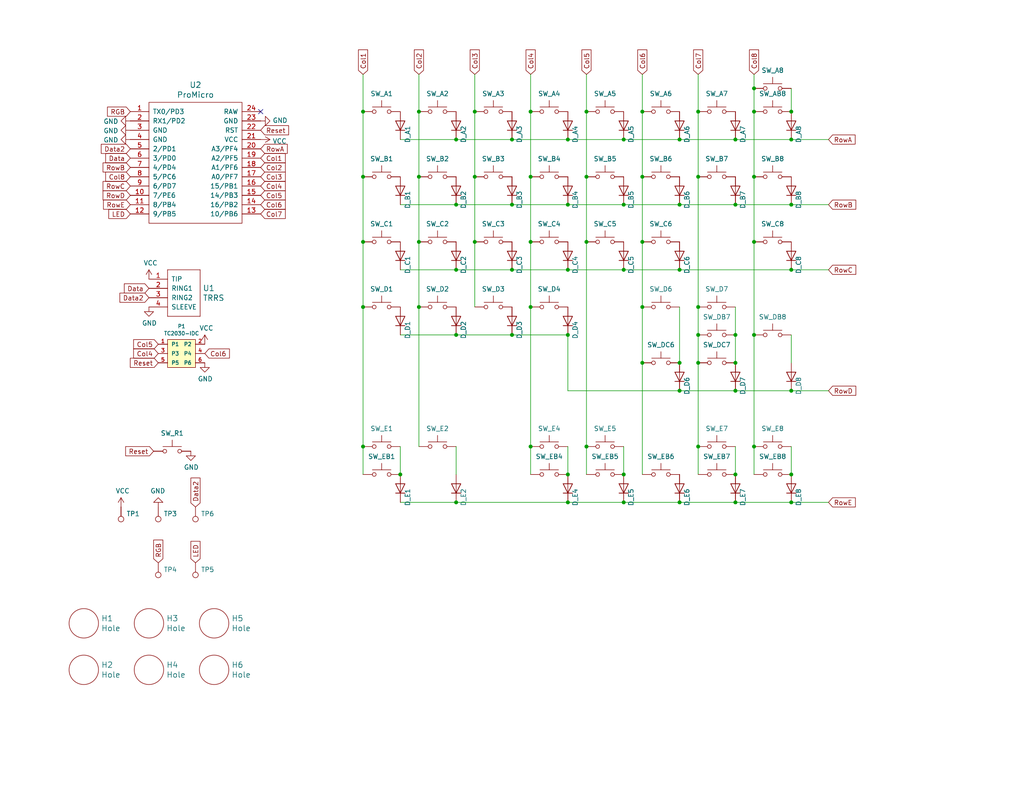
<source format=kicad_sch>
(kicad_sch (version 20230121) (generator eeschema)
  (paper "USLetter")
  (lib_symbols
    (symbol "Switch:SW_Push" (pin_numbers hide) (pin_names (offset 1.016) hide)
      (property "Reference" "SW" (at 1.27 2.54 0))
      (property "Value" "SW_Push" (at 0 -1.524 0))
      (symbol "SW_Push_0_1"
        (circle (center -2.032 0) (radius 0.508))
        (polyline (pts (xy 0 1.27) (xy 0 3.048)))
        (polyline (pts (xy 2.54 1.27) (xy -2.54 1.27)))
        (circle (center 2.032 0) (radius 0.508))
        (pin passive line (at -5.08 0 0) (length 2.54) (name "1") (number "1"))
        (pin passive line (at 5.08 0 180) (length 2.54) (name "2") (number "2"))
      )
    )
    (symbol "power:GND" (power) (pin_names (offset 0))
      (property "Value" "GND" (at 0 -3.81 0))
      (symbol "GND_0_1"
        (polyline (pts (xy 0 0) (xy 0 -1.27) (xy 1.27 -1.27) (xy 0 -2.54) (xy -1.27 -1.27) (xy 0 -1.27)))
      )
      (symbol "GND_1_1"
        (pin power_in line (at 0 0 270) (length 0) hide (name "GND") (number "1"))
      )
    )
    (symbol "power:VCC" (power) (pin_names (offset 0))
      (property "Value" "VCC" (at 0 3.81 0))
      (symbol "VCC_0_1"
        (polyline (pts (xy -0.762 1.27) (xy 0 2.54)))
        (polyline (pts (xy 0 0) (xy 0 2.54)))
        (polyline (pts (xy 0 2.54) (xy 0.762 1.27)))
      )
      (symbol "VCC_1_1"
        (pin power_in line (at 0 0 90) (length 0) hide (name "VCC") (number "1"))
      )
    )
    (symbol "spectrogram-right-rescue:D-device" (pin_numbers hide) (pin_names (offset 1.016) hide)
      (property "Reference" "D" (at 0 2.54 0))
      (property "Value" "D-device" (at 0 -2.54 0))
      (symbol "D-device_0_1"
        (polyline (pts (xy -1.27 1.27) (xy -1.27 -1.27)) (stroke (width 0.2032)))
        (polyline (pts (xy 1.27 0) (xy -1.27 0)))
        (polyline (pts (xy 1.27 1.27) (xy 1.27 -1.27) (xy -1.27 0) (xy 1.27 1.27)) (stroke (width 0.2032)))
      )
      (symbol "D-device_1_1"
        (pin passive line (at -3.81 0 0) (length 2.54) (name "K") (number "1"))
        (pin passive line (at 3.81 0 180) (length 2.54) (name "A") (number "2"))
      )
    )
    (symbol "spectrogram-right-rescue:Hole-keebio" (pin_names (offset 1.016))
      (property "Reference" "H" (at 0 -1.27 0))
      (property "Value" "keebio_Hole" (at 0 1.27 0))
      (symbol "Hole-keebio_0_1"
        (circle (center 0 0) (radius 4.0132))
      )
    )
    (symbol "spectrogram-right-rescue:ProMicro-keebio" (pin_names (offset 1.016))
      (property "Reference" "U" (at 0 0 0))
      (property "Value" "keebio_ProMicro" (at 0 -19.05 0))
      (symbol "ProMicro-keebio_0_1"
        (rectangle (start -12.7 -16.51) (end 12.7 16.51))
      )
      (symbol "ProMicro-keebio_1_1"
        (pin input line (at -17.78 13.97 0) (length 5.08) (name "TX0/PD3") (number "1"))
        (pin input line (at -17.78 -8.89 0) (length 5.08) (name "7/PE6") (number "10"))
        (pin input line (at -17.78 -11.43 0) (length 5.08) (name "8/PB4") (number "11"))
        (pin input line (at -17.78 -13.97 0) (length 5.08) (name "9/PB5") (number "12"))
        (pin input line (at 17.78 -13.97 180) (length 5.08) (name "10/PB6") (number "13"))
        (pin input line (at 17.78 -11.43 180) (length 5.08) (name "16/PB2") (number "14"))
        (pin input line (at 17.78 -8.89 180) (length 5.08) (name "14/PB3") (number "15"))
        (pin input line (at 17.78 -6.35 180) (length 5.08) (name "15/PB1") (number "16"))
        (pin input line (at 17.78 -3.81 180) (length 5.08) (name "A0/PF7") (number "17"))
        (pin input line (at 17.78 -1.27 180) (length 5.08) (name "A1/PF6") (number "18"))
        (pin input line (at 17.78 1.27 180) (length 5.08) (name "A2/PF5") (number "19"))
        (pin input line (at -17.78 11.43 0) (length 5.08) (name "RX1/PD2") (number "2"))
        (pin input line (at 17.78 3.81 180) (length 5.08) (name "A3/PF4") (number "20"))
        (pin input line (at 17.78 6.35 180) (length 5.08) (name "VCC") (number "21"))
        (pin input line (at 17.78 8.89 180) (length 5.08) (name "RST") (number "22"))
        (pin input line (at 17.78 11.43 180) (length 5.08) (name "GND") (number "23"))
        (pin input line (at 17.78 13.97 180) (length 5.08) (name "RAW") (number "24"))
        (pin input line (at -17.78 8.89 0) (length 5.08) (name "GND") (number "3"))
        (pin input line (at -17.78 6.35 0) (length 5.08) (name "GND") (number "4"))
        (pin input line (at -17.78 3.81 0) (length 5.08) (name "2/PD1") (number "5"))
        (pin input line (at -17.78 1.27 0) (length 5.08) (name "3/PD0") (number "6"))
        (pin input line (at -17.78 -1.27 0) (length 5.08) (name "4/PD4") (number "7"))
        (pin input line (at -17.78 -3.81 0) (length 5.08) (name "5/PC6") (number "8"))
        (pin input line (at -17.78 -6.35 0) (length 5.08) (name "6/PD7") (number "9"))
      )
    )
    (symbol "spectrogram-right-rescue:TC2030-IDC-Tag-Connect" (pin_names (offset 1.016))
      (property "Reference" "P" (at -1.27 -5.08 0))
      (property "Value" "Tag-Connect_TC2030-IDC" (at 0 5.08 0))
      (symbol "TC2030-IDC-Tag-Connect_0_1"
        (rectangle (start 3.81 3.81) (end -3.81 -3.81) (fill (type background)))
      )
      (symbol "TC2030-IDC-Tag-Connect_1_1"
        (pin passive line (at -6.35 2.54 0) (length 2.54) (name "P1") (number "1"))
        (pin passive line (at 6.35 2.54 180) (length 2.54) (name "P2") (number "2"))
        (pin passive line (at -6.35 0 0) (length 2.54) (name "P3") (number "3"))
        (pin passive line (at 6.35 0 180) (length 2.54) (name "P4") (number "4"))
        (pin passive line (at -6.35 -2.54 0) (length 2.54) (name "P5") (number "5"))
        (pin passive line (at 6.35 -2.54 180) (length 2.54) (name "P6") (number "6"))
      )
    )
    (symbol "spectrogram-right-rescue:TRRS-keebio" (pin_names (offset 1.016))
      (property "Reference" "U" (at 0 15.24 0))
      (property "Value" "TRRS-keebio" (at 0 -2.54 0))
      (symbol "TRRS-keebio_0_1"
        (rectangle (start -3.81 0) (end -3.81 12.7))
        (rectangle (start -3.81 12.7) (end 5.08 12.7))
        (rectangle (start 5.08 0) (end -3.81 0))
        (rectangle (start 5.08 12.7) (end 5.08 0))
      )
      (symbol "TRRS-keebio_1_1"
        (pin input line (at -8.89 10.16 0) (length 5.08) (name "TIP") (number "1"))
        (pin input line (at -8.89 7.62 0) (length 5.08) (name "RING1") (number "2"))
        (pin input line (at -8.89 5.08 0) (length 5.08) (name "RING2") (number "3"))
        (pin input line (at -8.89 2.54 0) (length 5.08) (name "SLEEVE") (number "4"))
      )
    )
    (symbol "spectrogram-right-rescue:Test_Point-Connector" (pin_numbers hide) (pin_names (offset 0.762) hide)
      (property "Reference" "TP" (at 0 6.858 0))
      (property "Value" "Test_Point-Connector" (at 0 5.08 0))
      (symbol "Test_Point-Connector_0_1"
        (circle (center 0 3.302) (radius 0.762))
      )
      (symbol "Test_Point-Connector_1_1"
        (pin passive line (at 0 0 90) (length 2.54) (name "1") (number "1"))
      )
    )
  )
  (junction (at 185.42 38.1))
  (junction (at 154.94 129.54))
  (junction (at 144.78 83.82))
  (junction (at 124.46 55.88))
  (junction (at 205.74 30.48))
  (junction (at 129.54 30.48))
  (junction (at 200.66 38.1))
  (junction (at 205.74 91.44))
  (junction (at 154.94 91.44))
  (junction (at 139.7 55.88))
  (junction (at 139.7 91.44))
  (junction (at 215.9 30.48))
  (junction (at 114.3 30.48))
  (junction (at 175.26 83.82))
  (junction (at 175.26 30.48))
  (junction (at 144.78 30.48))
  (junction (at 144.78 48.26))
  (junction (at 190.5 91.44))
  (junction (at 205.74 66.04))
  (junction (at 200.66 106.68))
  (junction (at 215.9 129.54))
  (junction (at 185.42 137.16))
  (junction (at 124.46 38.1))
  (junction (at 200.66 137.16))
  (junction (at 175.26 48.26))
  (junction (at 114.3 48.26))
  (junction (at 144.78 121.92))
  (junction (at 185.42 106.68))
  (junction (at 200.66 99.06))
  (junction (at 109.22 129.54))
  (junction (at 200.66 91.44))
  (junction (at 215.9 137.16))
  (junction (at 215.9 106.68))
  (junction (at 200.66 55.88))
  (junction (at 144.78 66.04))
  (junction (at 124.46 91.44))
  (junction (at 190.5 99.06))
  (junction (at 190.5 83.82))
  (junction (at 190.5 121.92))
  (junction (at 205.74 24.13))
  (junction (at 170.18 137.16))
  (junction (at 170.18 73.66))
  (junction (at 99.06 66.04))
  (junction (at 190.5 48.26))
  (junction (at 200.66 129.54))
  (junction (at 124.46 137.16))
  (junction (at 114.3 83.82))
  (junction (at 160.02 48.26))
  (junction (at 170.18 55.88))
  (junction (at 99.06 83.82))
  (junction (at 154.94 38.1))
  (junction (at 154.94 55.88))
  (junction (at 215.9 55.88))
  (junction (at 99.06 48.26))
  (junction (at 114.3 66.04))
  (junction (at 215.9 38.1))
  (junction (at 139.7 73.66))
  (junction (at 154.94 73.66))
  (junction (at 129.54 48.26))
  (junction (at 160.02 66.04))
  (junction (at 175.26 99.06))
  (junction (at 205.74 48.26))
  (junction (at 185.42 73.66))
  (junction (at 170.18 38.1))
  (junction (at 190.5 30.48))
  (junction (at 160.02 121.92))
  (junction (at 139.7 38.1))
  (junction (at 124.46 73.66))
  (junction (at 205.74 121.92))
  (junction (at 215.9 73.66))
  (junction (at 185.42 99.06))
  (junction (at 129.54 66.04))
  (junction (at 185.42 55.88))
  (junction (at 99.06 121.92))
  (junction (at 99.06 30.48))
  (junction (at 170.18 129.54))
  (junction (at 154.94 137.16))
  (junction (at 160.02 30.48))
  (junction (at 175.26 66.04))
  (no_connect (at 71.12 30.48))
  (wire (pts (xy 129.54 83.82) (xy 129.54 66.04)))
  (wire (pts (xy 124.46 121.92) (xy 124.46 129.54)))
  (wire (pts (xy 139.7 38.1) (xy 124.46 38.1)))
  (wire (pts (xy 205.74 24.13) (xy 205.74 20.32)))
  (wire (pts (xy 175.26 30.48) (xy 175.26 20.32)))
  (wire (pts (xy 215.9 129.54) (xy 215.9 121.92)))
  (wire (pts (xy 144.78 30.48) (xy 144.78 20.32)))
  (wire (pts (xy 144.78 48.26) (xy 144.78 30.48)))
  (wire (pts (xy 175.26 99.06) (xy 175.26 129.54)))
  (wire (pts (xy 185.42 137.16) (xy 200.66 137.16)))
  (wire (pts (xy 175.26 83.82) (xy 175.26 66.04)))
  (wire (pts (xy 109.22 55.88) (xy 124.46 55.88)))
  (wire (pts (xy 114.3 30.48) (xy 114.3 20.32)))
  (wire (pts (xy 99.06 66.04) (xy 99.06 83.82)))
  (wire (pts (xy 114.3 66.04) (xy 114.3 83.82)))
  (wire (pts (xy 215.9 91.44) (xy 215.9 99.06)))
  (wire (pts (xy 200.66 91.44) (xy 200.66 99.06)))
  (wire (pts (xy 160.02 30.48) (xy 160.02 20.32)))
  (wire (pts (xy 114.3 66.04) (xy 114.3 48.26)))
  (wire (pts (xy 170.18 73.66) (xy 185.42 73.66)))
  (wire (pts (xy 99.06 48.26) (xy 99.06 30.48)))
  (wire (pts (xy 215.9 106.68) (xy 226.06 106.68)))
  (wire (pts (xy 124.46 38.1) (xy 109.22 38.1)))
  (wire (pts (xy 154.94 73.66) (xy 170.18 73.66)))
  (wire (pts (xy 215.9 137.16) (xy 226.06 137.16)))
  (wire (pts (xy 109.22 121.92) (xy 109.22 129.54)))
  (wire (pts (xy 190.5 129.54) (xy 190.5 121.92)))
  (wire (pts (xy 215.9 30.48) (xy 215.9 24.13)))
  (wire (pts (xy 205.74 129.54) (xy 205.74 121.92)))
  (wire (pts (xy 205.74 48.26) (xy 205.74 30.48)))
  (wire (pts (xy 99.06 129.54) (xy 99.06 121.92)))
  (wire (pts (xy 129.54 48.26) (xy 129.54 30.48)))
  (wire (pts (xy 175.26 66.04) (xy 175.26 48.26)))
  (wire (pts (xy 170.18 38.1) (xy 154.94 38.1)))
  (wire (pts (xy 124.46 55.88) (xy 139.7 55.88)))
  (wire (pts (xy 139.7 91.44) (xy 154.94 91.44)))
  (wire (pts (xy 114.3 48.26) (xy 114.3 30.48)))
  (wire (pts (xy 99.06 30.48) (xy 99.06 20.32)))
  (wire (pts (xy 205.74 24.13) (xy 205.74 30.48)))
  (wire (pts (xy 200.66 137.16) (xy 215.9 137.16)))
  (wire (pts (xy 170.18 55.88) (xy 185.42 55.88)))
  (wire (pts (xy 114.3 121.92) (xy 114.3 83.82)))
  (wire (pts (xy 170.18 129.54) (xy 170.18 121.92)))
  (wire (pts (xy 144.78 83.82) (xy 144.78 66.04)))
  (wire (pts (xy 185.42 55.88) (xy 200.66 55.88)))
  (wire (pts (xy 99.06 48.26) (xy 99.06 66.04)))
  (wire (pts (xy 190.5 48.26) (xy 190.5 30.48)))
  (wire (pts (xy 160.02 129.54) (xy 160.02 121.92)))
  (wire (pts (xy 215.9 73.66) (xy 226.06 73.66)))
  (wire (pts (xy 160.02 48.26) (xy 160.02 30.48)))
  (wire (pts (xy 154.94 106.68) (xy 185.42 106.68)))
  (wire (pts (xy 154.94 137.16) (xy 170.18 137.16)))
  (wire (pts (xy 124.46 91.44) (xy 139.7 91.44)))
  (wire (pts (xy 190.5 121.92) (xy 190.5 99.06)))
  (wire (pts (xy 190.5 99.06) (xy 190.5 91.44)))
  (wire (pts (xy 185.42 73.66) (xy 215.9 73.66)))
  (wire (pts (xy 190.5 30.48) (xy 190.5 20.32)))
  (wire (pts (xy 144.78 129.54) (xy 144.78 121.92)))
  (wire (pts (xy 200.66 129.54) (xy 200.66 121.92)))
  (wire (pts (xy 205.74 66.04) (xy 205.74 48.26)))
  (wire (pts (xy 154.94 38.1) (xy 139.7 38.1)))
  (wire (pts (xy 154.94 129.54) (xy 154.94 121.92)))
  (wire (pts (xy 200.66 38.1) (xy 215.9 38.1)))
  (wire (pts (xy 109.22 73.66) (xy 124.46 73.66)))
  (wire (pts (xy 205.74 91.44) (xy 205.74 121.92)))
  (wire (pts (xy 144.78 66.04) (xy 144.78 48.26)))
  (wire (pts (xy 144.78 121.92) (xy 144.78 83.82)))
  (wire (pts (xy 185.42 38.1) (xy 170.18 38.1)))
  (wire (pts (xy 99.06 83.82) (xy 99.06 121.92)))
  (wire (pts (xy 200.66 106.68) (xy 215.9 106.68)))
  (wire (pts (xy 139.7 73.66) (xy 154.94 73.66)))
  (wire (pts (xy 129.54 30.48) (xy 129.54 20.32)))
  (wire (pts (xy 124.46 137.16) (xy 154.94 137.16)))
  (wire (pts (xy 109.22 137.16) (xy 124.46 137.16)))
  (wire (pts (xy 215.9 55.88) (xy 226.06 55.88)))
  (wire (pts (xy 190.5 83.82) (xy 190.5 48.26)))
  (wire (pts (xy 205.74 66.04) (xy 205.74 91.44)))
  (wire (pts (xy 175.26 83.82) (xy 175.26 99.06)))
  (wire (pts (xy 175.26 48.26) (xy 175.26 30.48)))
  (wire (pts (xy 154.94 91.44) (xy 154.94 106.68)))
  (wire (pts (xy 185.42 83.82) (xy 185.42 99.06)))
  (wire (pts (xy 200.66 83.82) (xy 200.66 91.44)))
  (wire (pts (xy 160.02 66.04) (xy 160.02 48.26)))
  (wire (pts (xy 185.42 106.68) (xy 200.66 106.68)))
  (wire (pts (xy 200.66 38.1) (xy 185.42 38.1)))
  (wire (pts (xy 124.46 73.66) (xy 139.7 73.66)))
  (wire (pts (xy 109.22 91.44) (xy 124.46 91.44)))
  (wire (pts (xy 215.9 38.1) (xy 226.06 38.1)))
  (wire (pts (xy 200.66 55.88) (xy 215.9 55.88)))
  (wire (pts (xy 129.54 66.04) (xy 129.54 48.26)))
  (wire (pts (xy 190.5 83.82) (xy 190.5 91.44)))
  (wire (pts (xy 170.18 137.16) (xy 185.42 137.16)))
  (wire (pts (xy 154.94 55.88) (xy 170.18 55.88)))
  (wire (pts (xy 139.7 55.88) (xy 154.94 55.88)))
  (wire (pts (xy 160.02 121.92) (xy 160.02 66.04)))
  (global_label "RowA" (shape input) (at 71.12 40.64 0) (property "Intersheetrefs" "${INTERSHEET_REFS}" (effects hide)))
  (global_label "Col7" (shape input) (at 190.5 20.32 90) (property "Intersheetrefs" "${INTERSHEET_REFS}" (effects hide)))
  (global_label "Col3" (shape input) (at 71.12 48.26 0) (property "Intersheetrefs" "${INTERSHEET_REFS}" (effects hide)))
  (global_label "RowE" (shape input) (at 35.56 55.88 180) (property "Intersheetrefs" "${INTERSHEET_REFS}" (effects hide)))
  (global_label "Data2" (shape input) (at 53.34 138.43 90) (property "Intersheetrefs" "${INTERSHEET_REFS}" (effects hide)))
  (global_label "RowD" (shape input) (at 35.56 53.34 180) (property "Intersheetrefs" "${INTERSHEET_REFS}" (effects hide)))
  (global_label "Col8" (shape input) (at 35.56 48.26 180) (property "Intersheetrefs" "${INTERSHEET_REFS}" (effects hide)))
  (global_label "RowC" (shape input) (at 226.06 73.66 0) (property "Intersheetrefs" "${INTERSHEET_REFS}" (effects hide)))
  (global_label "LED" (shape input) (at 35.56 58.42 180) (property "Intersheetrefs" "${INTERSHEET_REFS}" (effects hide)))
  (global_label "RowE" (shape input) (at 226.06 137.16 0) (property "Intersheetrefs" "${INTERSHEET_REFS}" (effects hide)))
  (global_label "Col6" (shape input) (at 175.26 20.32 90) (property "Intersheetrefs" "${INTERSHEET_REFS}" (effects hide)))
  (global_label "Data2" (shape input) (at 35.56 40.64 180) (property "Intersheetrefs" "${INTERSHEET_REFS}" (effects hide)))
  (global_label "Col3" (shape input) (at 129.54 20.32 90) (property "Intersheetrefs" "${INTERSHEET_REFS}" (effects hide)))
  (global_label "Col4" (shape input) (at 43.18 96.52 180) (property "Intersheetrefs" "${INTERSHEET_REFS}" (effects hide)))
  (global_label "Reset" (shape input) (at 41.91 123.19 180) (property "Intersheetrefs" "${INTERSHEET_REFS}" (effects hide)))
  (global_label "RGB" (shape input) (at 35.56 30.48 180) (property "Intersheetrefs" "${INTERSHEET_REFS}" (effects hide)))
  (global_label "Col4" (shape input) (at 71.12 50.8 0) (property "Intersheetrefs" "${INTERSHEET_REFS}" (effects hide)))
  (global_label "RowB" (shape input) (at 226.06 55.88 0) (property "Intersheetrefs" "${INTERSHEET_REFS}" (effects hide)))
  (global_label "Reset" (shape input) (at 71.12 35.56 0) (property "Intersheetrefs" "${INTERSHEET_REFS}" (effects hide)))
  (global_label "Col6" (shape input) (at 71.12 55.88 0) (property "Intersheetrefs" "${INTERSHEET_REFS}" (effects hide)))
  (global_label "Data" (shape input) (at 40.64 78.74 180) (property "Intersheetrefs" "${INTERSHEET_REFS}" (effects hide)))
  (global_label "Col5" (shape input) (at 160.02 20.32 90) (property "Intersheetrefs" "${INTERSHEET_REFS}" (effects hide)))
  (global_label "RowC" (shape input) (at 35.56 50.8 180) (property "Intersheetrefs" "${INTERSHEET_REFS}" (effects hide)))
  (global_label "RowD" (shape input) (at 226.06 106.68 0) (property "Intersheetrefs" "${INTERSHEET_REFS}" (effects hide)))
  (global_label "Col5" (shape input) (at 43.18 93.98 180) (property "Intersheetrefs" "${INTERSHEET_REFS}" (effects hide)))
  (global_label "RGB" (shape input) (at 43.18 153.67 90) (property "Intersheetrefs" "${INTERSHEET_REFS}" (effects hide)))
  (global_label "Col5" (shape input) (at 71.12 53.34 0) (property "Intersheetrefs" "${INTERSHEET_REFS}" (effects hide)))
  (global_label "Col2" (shape input) (at 114.3 20.32 90) (property "Intersheetrefs" "${INTERSHEET_REFS}" (effects hide)))
  (global_label "RowB" (shape input) (at 35.56 45.72 180) (property "Intersheetrefs" "${INTERSHEET_REFS}" (effects hide)))
  (global_label "RowA" (shape input) (at 226.06 38.1 0) (property "Intersheetrefs" "${INTERSHEET_REFS}" (effects hide)))
  (global_label "Col4" (shape input) (at 144.78 20.32 90) (property "Intersheetrefs" "${INTERSHEET_REFS}" (effects hide)))
  (global_label "Col2" (shape input) (at 71.12 45.72 0) (property "Intersheetrefs" "${INTERSHEET_REFS}" (effects hide)))
  (global_label "Col7" (shape input) (at 71.12 58.42 0) (property "Intersheetrefs" "${INTERSHEET_REFS}" (effects hide)))
  (global_label "Col6" (shape input) (at 55.88 96.52 0) (property "Intersheetrefs" "${INTERSHEET_REFS}" (effects hide)))
  (global_label "Data" (shape input) (at 35.56 43.18 180) (property "Intersheetrefs" "${INTERSHEET_REFS}" (effects hide)))
  (global_label "Col1" (shape input) (at 99.06 20.32 90) (property "Intersheetrefs" "${INTERSHEET_REFS}" (effects hide)))
  (global_label "Col1" (shape input) (at 71.12 43.18 0) (property "Intersheetrefs" "${INTERSHEET_REFS}" (effects hide)))
  (global_label "Reset" (shape input) (at 43.18 99.06 180) (property "Intersheetrefs" "${INTERSHEET_REFS}" (effects hide)))
  (global_label "Col8" (shape input) (at 205.74 20.32 90) (property "Intersheetrefs" "${INTERSHEET_REFS}" (effects hide)))
  (global_label "Data2" (shape input) (at 40.64 81.28 180) (property "Intersheetrefs" "${INTERSHEET_REFS}" (effects hide)))
  (global_label "LED" (shape input) (at 53.34 153.67 90) (property "Intersheetrefs" "${INTERSHEET_REFS}" (effects hide)))
  (symbol (lib_id "spectrogram-right-rescue:ProMicro-keebio") (at 53.34 44.45 0) (unit 1)
    (property "Reference" "U2" (at 53.34 23.1902 0) (effects (font (size 1.524 1.524))))
    (property "Value" "ProMicro" (at 53.34 25.8826 0) (effects (font (size 1.524 1.524))))
    (property "Footprint" "Keebio-Parts:ArduinoProMicro-ZigZag" (effects hide))
  )
  (symbol (lib_id "spectrogram-right-rescue:TRRS-keebio") (at 49.53 86.36 0) (unit 1)
    (property "Reference" "U1" (at 55.3212 78.6638 0) (effects (font (size 1.524 1.524)) (justify left)))
    (property "Value" "TRRS" (at 55.3212 81.3562 0) (effects (font (size 1.524 1.524)) (justify left)))
    (property "Footprint" "Keebio-Parts:TRRS-PJ-320A" (effects hide))
  )
  (symbol (lib_id "spectrogram-right-rescue:TC2030-IDC-Tag-Connect") (at 49.53 96.52 0) (unit 1)
    (property "Reference" "P1" (at 49.53 89.1032 0) (effects (font (size 1.016 1.016))))
    (property "Value" "TC2030-IDC" (at 49.53 91.0336 0) (effects (font (size 1.016 1.016))))
    (property "Footprint" "Tag-Connect:TC2030-NL_SMALL" (effects hide))
  )
  (symbol (lib_id "power:GND") (at 35.56 35.56 270) (unit 1)
    (property "Reference" "#PWR0102" (effects hide))
    (property "Value" "GND" (at 32.3088 35.687 90) (effects (justify right)))
  )
  (symbol (lib_id "power:GND") (at 35.56 38.1 270) (unit 1)
    (property "Reference" "#PWR0103" (effects hide))
    (property "Value" "GND" (at 32.3088 38.227 90) (effects (justify right)))
  )
  (symbol (lib_id "Switch:SW_Push") (at 104.14 30.48 0) (unit 1)
    (property "Reference" "SW_A1" (at 104.14 25.5778 0))
    (property "Value" "SW_Push" (effects hide))
    (property "Footprint" "MX_Alps_Hybrid:MX-1U-NoLED" (effects hide))
  )
  (symbol (lib_id "spectrogram-right-rescue:D-device") (at 109.22 34.29 90) (unit 1)
    (property "Reference" "D_A1" (at 111.2266 34.29 0) (effects (justify right)))
    (property "Value" "D" (effects hide))
    (property "Footprint" "Keebio-Parts:Diode-Hybrid-Back" (effects hide))
  )
  (symbol (lib_id "Switch:SW_Push") (at 119.38 30.48 0) (unit 1)
    (property "Reference" "SW_A2" (at 119.38 25.5778 0))
    (property "Value" "SW_Push" (effects hide))
    (property "Footprint" "MX_Alps_Hybrid:MX-1U-NoLED" (effects hide))
  )
  (symbol (lib_id "spectrogram-right-rescue:D-device") (at 124.46 34.29 90) (unit 1)
    (property "Reference" "D_A2" (at 126.4666 34.29 0) (effects (justify right)))
    (property "Value" "D" (effects hide))
    (property "Footprint" "Keebio-Parts:Diode-Hybrid-Back" (effects hide))
  )
  (symbol (lib_id "Switch:SW_Push") (at 134.62 30.48 0) (unit 1)
    (property "Reference" "SW_A3" (at 134.62 25.5778 0))
    (property "Value" "SW_Push" (effects hide))
    (property "Footprint" "MX_Alps_Hybrid:MX-1U-NoLED" (effects hide))
  )
  (symbol (lib_id "spectrogram-right-rescue:D-device") (at 139.7 34.29 90) (unit 1)
    (property "Reference" "D_A3" (at 141.7066 34.29 0) (effects (justify right)))
    (property "Value" "D" (effects hide))
    (property "Footprint" "Keebio-Parts:Diode-Hybrid-Back" (effects hide))
  )
  (symbol (lib_id "Switch:SW_Push") (at 149.86 30.48 0) (unit 1)
    (property "Reference" "SW_A4" (at 149.86 25.5778 0))
    (property "Value" "SW_Push" (effects hide))
    (property "Footprint" "MX_Alps_Hybrid:MX-1U-NoLED" (effects hide))
  )
  (symbol (lib_id "spectrogram-right-rescue:D-device") (at 154.94 34.29 90) (unit 1)
    (property "Reference" "D_A4" (at 156.9466 34.29 0) (effects (justify right)))
    (property "Value" "D" (effects hide))
    (property "Footprint" "Keebio-Parts:Diode-Hybrid-Back" (effects hide))
  )
  (symbol (lib_id "Switch:SW_Push") (at 165.1 30.48 0) (unit 1)
    (property "Reference" "SW_A5" (at 165.1 25.5778 0))
    (property "Value" "SW_Push" (effects hide))
    (property "Footprint" "MX_Alps_Hybrid:MX-1U-NoLED" (effects hide))
  )
  (symbol (lib_id "spectrogram-right-rescue:D-device") (at 170.18 34.29 90) (unit 1)
    (property "Reference" "D_A5" (at 172.1866 34.29 0) (effects (justify right)))
    (property "Value" "D" (effects hide))
    (property "Footprint" "Keebio-Parts:Diode-Hybrid-Back" (effects hide))
  )
  (symbol (lib_id "Switch:SW_Push") (at 180.34 30.48 0) (unit 1)
    (property "Reference" "SW_A6" (at 180.34 25.5778 0))
    (property "Value" "SW_Push" (effects hide))
    (property "Footprint" "MX_Alps_Hybrid:MX-1U-NoLED" (effects hide))
  )
  (symbol (lib_id "spectrogram-right-rescue:D-device") (at 185.42 34.29 90) (unit 1)
    (property "Reference" "D_A6" (at 187.4266 34.29 0) (effects (justify right)))
    (property "Value" "D" (effects hide))
    (property "Footprint" "Keebio-Parts:Diode-Hybrid-Back" (effects hide))
  )
  (symbol (lib_id "Switch:SW_Push") (at 195.58 30.48 0) (unit 1)
    (property "Reference" "SW_A7" (at 195.58 25.5778 0))
    (property "Value" "SW_Push" (effects hide))
    (property "Footprint" "MX_Alps_Hybrid:MX-1U-NoLED" (effects hide))
  )
  (symbol (lib_id "spectrogram-right-rescue:D-device") (at 200.66 34.29 90) (unit 1)
    (property "Reference" "D_A7" (at 202.6666 34.29 0) (effects (justify right)))
    (property "Value" "D" (effects hide))
    (property "Footprint" "Keebio-Parts:Diode-Hybrid-Back" (effects hide))
  )
  (symbol (lib_id "Switch:SW_Push") (at 104.14 48.26 0) (unit 1)
    (property "Reference" "SW_B1" (at 104.14 43.3578 0))
    (property "Value" "SW_Push" (effects hide))
    (property "Footprint" "MX_Alps_Hybrid:MX-1U-NoLED" (effects hide))
  )
  (symbol (lib_id "spectrogram-right-rescue:D-device") (at 109.22 52.07 90) (unit 1)
    (property "Reference" "D_B1" (at 111.2266 52.07 0) (effects (justify right)))
    (property "Value" "D" (effects hide))
    (property "Footprint" "Keebio-Parts:Diode-Hybrid-Back" (effects hide))
  )
  (symbol (lib_id "Switch:SW_Push") (at 119.38 48.26 0) (unit 1)
    (property "Reference" "SW_B2" (at 119.38 43.3578 0))
    (property "Value" "SW_Push" (effects hide))
    (property "Footprint" "MX_Alps_Hybrid:MX-1U-NoLED" (effects hide))
  )
  (symbol (lib_id "spectrogram-right-rescue:D-device") (at 124.46 52.07 90) (unit 1)
    (property "Reference" "D_B2" (at 126.4666 52.07 0) (effects (justify right)))
    (property "Value" "D" (effects hide))
    (property "Footprint" "Keebio-Parts:Diode-Hybrid-Back" (effects hide))
  )
  (symbol (lib_id "Switch:SW_Push") (at 134.62 48.26 0) (unit 1)
    (property "Reference" "SW_B3" (at 134.62 43.3578 0))
    (property "Value" "SW_Push" (effects hide))
    (property "Footprint" "MX_Alps_Hybrid:MX-1U-NoLED" (effects hide))
  )
  (symbol (lib_id "spectrogram-right-rescue:D-device") (at 139.7 52.07 90) (unit 1)
    (property "Reference" "D_B3" (at 141.7066 52.07 0) (effects (justify right)))
    (property "Value" "D" (effects hide))
    (property "Footprint" "Keebio-Parts:Diode-Hybrid-Back" (effects hide))
  )
  (symbol (lib_id "Switch:SW_Push") (at 149.86 48.26 0) (unit 1)
    (property "Reference" "SW_B4" (at 149.86 43.3578 0))
    (property "Value" "SW_Push" (effects hide))
    (property "Footprint" "MX_Alps_Hybrid:MX-1U-NoLED" (effects hide))
  )
  (symbol (lib_id "spectrogram-right-rescue:D-device") (at 154.94 52.07 90) (unit 1)
    (property "Reference" "D_B4" (at 156.9466 52.07 0) (effects (justify right)))
    (property "Value" "D" (effects hide))
    (property "Footprint" "Keebio-Parts:Diode-Hybrid-Back" (effects hide))
  )
  (symbol (lib_id "Switch:SW_Push") (at 165.1 48.26 0) (unit 1)
    (property "Reference" "SW_B5" (at 165.1 43.3578 0))
    (property "Value" "SW_Push" (effects hide))
    (property "Footprint" "MX_Alps_Hybrid:MX-1U-NoLED" (effects hide))
  )
  (symbol (lib_id "spectrogram-right-rescue:D-device") (at 170.18 52.07 90) (unit 1)
    (property "Reference" "D_B5" (at 172.1866 52.07 0) (effects (justify right)))
    (property "Value" "D" (effects hide))
    (property "Footprint" "Keebio-Parts:Diode-Hybrid-Back" (effects hide))
  )
  (symbol (lib_id "Switch:SW_Push") (at 180.34 48.26 0) (unit 1)
    (property "Reference" "SW_B6" (at 180.34 43.3578 0))
    (property "Value" "SW_Push" (effects hide))
    (property "Footprint" "MX_Alps_Hybrid:MX-1U-NoLED" (effects hide))
  )
  (symbol (lib_id "spectrogram-right-rescue:D-device") (at 185.42 52.07 90) (unit 1)
    (property "Reference" "D_B6" (at 187.4266 52.07 0) (effects (justify right)))
    (property "Value" "D" (effects hide))
    (property "Footprint" "Keebio-Parts:Diode-Hybrid-Back" (effects hide))
  )
  (symbol (lib_id "Switch:SW_Push") (at 104.14 66.04 0) (unit 1)
    (property "Reference" "SW_C1" (at 104.14 61.1378 0))
    (property "Value" "SW_Push" (effects hide))
    (property "Footprint" "MX_Alps_Hybrid:MX-1U-NoLED" (effects hide))
  )
  (symbol (lib_id "spectrogram-right-rescue:D-device") (at 109.22 69.85 90) (unit 1)
    (property "Reference" "D_C1" (at 111.2266 69.85 0) (effects (justify right)))
    (property "Value" "D" (effects hide))
    (property "Footprint" "Keebio-Parts:Diode-Hybrid-Back" (effects hide))
  )
  (symbol (lib_id "Switch:SW_Push") (at 119.38 66.04 0) (unit 1)
    (property "Reference" "SW_C2" (at 119.38 61.1378 0))
    (property "Value" "SW_Push" (effects hide))
    (property "Footprint" "MX_Alps_Hybrid:MX-1U-NoLED" (effects hide))
  )
  (symbol (lib_id "spectrogram-right-rescue:D-device") (at 124.46 69.85 90) (unit 1)
    (property "Reference" "D_C2" (at 126.4666 69.85 0) (effects (justify right)))
    (property "Value" "D" (effects hide))
    (property "Footprint" "Keebio-Parts:Diode-Hybrid-Back" (effects hide))
  )
  (symbol (lib_id "Switch:SW_Push") (at 134.62 66.04 0) (unit 1)
    (property "Reference" "SW_C3" (at 134.62 61.1378 0))
    (property "Value" "SW_Push" (effects hide))
    (property "Footprint" "MX_Alps_Hybrid:MX-1U-NoLED" (effects hide))
  )
  (symbol (lib_id "spectrogram-right-rescue:D-device") (at 139.7 69.85 90) (unit 1)
    (property "Reference" "D_C3" (at 141.7066 69.85 0) (effects (justify right)))
    (property "Value" "D" (effects hide))
    (property "Footprint" "Keebio-Parts:Diode-Hybrid-Back" (effects hide))
  )
  (symbol (lib_id "Switch:SW_Push") (at 149.86 66.04 0) (unit 1)
    (property "Reference" "SW_C4" (at 149.86 61.1378 0))
    (property "Value" "SW_Push" (effects hide))
    (property "Footprint" "MX_Alps_Hybrid:MX-1U-NoLED" (effects hide))
  )
  (symbol (lib_id "spectrogram-right-rescue:D-device") (at 154.94 69.85 90) (unit 1)
    (property "Reference" "D_C4" (at 156.9466 69.85 0) (effects (justify right)))
    (property "Value" "D" (effects hide))
    (property "Footprint" "Keebio-Parts:Diode-Hybrid-Back" (effects hide))
  )
  (symbol (lib_id "Switch:SW_Push") (at 165.1 66.04 0) (unit 1)
    (property "Reference" "SW_C5" (at 165.1 61.1378 0))
    (property "Value" "SW_Push" (effects hide))
    (property "Footprint" "MX_Alps_Hybrid:MX-1U-NoLED" (effects hide))
  )
  (symbol (lib_id "spectrogram-right-rescue:D-device") (at 170.18 69.85 90) (unit 1)
    (property "Reference" "D_C5" (at 172.1866 69.85 0) (effects (justify right)))
    (property "Value" "D" (effects hide))
    (property "Footprint" "Keebio-Parts:Diode-Hybrid-Back" (effects hide))
  )
  (symbol (lib_id "Switch:SW_Push") (at 180.34 66.04 0) (unit 1)
    (property "Reference" "SW_C6" (at 180.34 61.1378 0))
    (property "Value" "SW_Push" (effects hide))
    (property "Footprint" "MX_Alps_Hybrid:MX-1U-NoLED" (effects hide))
  )
  (symbol (lib_id "spectrogram-right-rescue:D-device") (at 185.42 69.85 90) (unit 1)
    (property "Reference" "D_C6" (at 187.4266 69.85 0) (effects (justify right)))
    (property "Value" "D" (effects hide))
    (property "Footprint" "Keebio-Parts:Diode-Hybrid-Back" (effects hide))
  )
  (symbol (lib_id "Switch:SW_Push") (at 104.14 83.82 0) (unit 1)
    (property "Reference" "SW_D1" (at 104.14 78.9178 0))
    (property "Value" "SW_Push" (effects hide))
    (property "Footprint" "MX_Alps_Hybrid:MX-1U-NoLED" (effects hide))
  )
  (symbol (lib_id "spectrogram-right-rescue:D-device") (at 109.22 87.63 90) (unit 1)
    (property "Reference" "D_D1" (at 111.2266 87.63 0) (effects (justify right)))
    (property "Value" "D" (effects hide))
    (property "Footprint" "Keebio-Parts:Diode-Hybrid-Back" (effects hide))
  )
  (symbol (lib_id "Switch:SW_Push") (at 134.62 83.82 0) (unit 1)
    (property "Reference" "SW_D3" (at 134.62 78.9178 0))
    (property "Value" "SW_Push" (effects hide))
    (property "Footprint" "MX_Alps_Hybrid:MX-1U-NoLED" (effects hide))
  )
  (symbol (lib_id "spectrogram-right-rescue:D-device") (at 139.7 87.63 90) (unit 1)
    (property "Reference" "D_D3" (at 141.7066 87.63 0) (effects (justify right)))
    (property "Value" "D" (effects hide))
    (property "Footprint" "Keebio-Parts:Diode-Hybrid-Back" (effects hide))
  )
  (symbol (lib_id "Switch:SW_Push") (at 149.86 83.82 0) (unit 1)
    (property "Reference" "SW_D4" (at 149.86 78.9178 0))
    (property "Value" "SW_Push" (effects hide))
    (property "Footprint" "MX_Alps_Hybrid:MX-1U-NoLED" (effects hide))
  )
  (symbol (lib_id "spectrogram-right-rescue:D-device") (at 154.94 87.63 90) (unit 1)
    (property "Reference" "D_D4" (at 156.9466 87.63 0) (effects (justify right)))
    (property "Value" "D" (effects hide))
    (property "Footprint" "Keebio-Parts:Diode-Hybrid-Back" (effects hide))
  )
  (symbol (lib_id "Switch:SW_Push") (at 210.82 91.44 0) (unit 1)
    (property "Reference" "SW_DB8" (at 210.82 86.5378 0))
    (property "Value" "SW_Push" (effects hide))
    (property "Footprint" "MX_Alps_Hybrid:MX-1U-NoLED" (effects hide))
  )
  (symbol (lib_id "spectrogram-right-rescue:D-device") (at 215.9 102.87 90) (unit 1)
    (property "Reference" "D_D8" (at 217.9066 102.87 0) (effects (justify right)))
    (property "Value" "D" (effects hide))
    (property "Footprint" "Keebio-Parts:Diode-Hybrid-Back" (effects hide))
  )
  (symbol (lib_id "Switch:SW_Push") (at 180.34 83.82 0) (unit 1)
    (property "Reference" "SW_D6" (at 180.34 78.9178 0))
    (property "Value" "SW_Push" (effects hide))
    (property "Footprint" "MX_Alps_Hybrid:MX-1U-NoLED" (effects hide))
  )
  (symbol (lib_id "spectrogram-right-rescue:D-device") (at 185.42 102.87 90) (unit 1)
    (property "Reference" "D_D6" (at 187.4266 102.87 0) (effects (justify right)))
    (property "Value" "D" (effects hide))
    (property "Footprint" "Keebio-Parts:Diode-Hybrid-Back" (effects hide))
  )
  (symbol (lib_id "Switch:SW_Push") (at 104.14 121.92 0) (unit 1)
    (property "Reference" "SW_E1" (at 104.14 117.0178 0))
    (property "Value" "SW_Push" (effects hide))
    (property "Footprint" "MX_Alps_Hybrid:MX-2.75U-ReversedStabilizers-NoLED" (effects hide))
  )
  (symbol (lib_id "spectrogram-right-rescue:D-device") (at 109.22 133.35 90) (unit 1)
    (property "Reference" "D_E1" (at 111.2266 133.35 0) (effects (justify right)))
    (property "Value" "D" (effects hide))
    (property "Footprint" "Keebio-Parts:Diode-Hybrid-Back" (effects hide))
  )
  (symbol (lib_id "Switch:SW_Push") (at 195.58 83.82 0) (mirror y) (unit 1)
    (property "Reference" "SW_D7" (at 195.58 78.9178 0))
    (property "Value" "SW_Push" (effects hide))
    (property "Footprint" "MX_Alps_Hybrid:MX-2.75U-NoLED" (effects hide))
  )
  (symbol (lib_id "spectrogram-right-rescue:D-device") (at 200.66 102.87 90) (unit 1)
    (property "Reference" "D_D7" (at 202.6666 102.87 0) (effects (justify right)))
    (property "Value" "D" (effects hide))
    (property "Footprint" "Keebio-Parts:Diode-Hybrid-Back" (effects hide))
  )
  (symbol (lib_id "Switch:SW_Push") (at 149.86 121.92 0) (unit 1)
    (property "Reference" "SW_E4" (at 149.86 117.0178 0))
    (property "Value" "SW_Push" (effects hide))
    (property "Footprint" "MX_Alps_Hybrid:MX-1.25U-NoLED" (effects hide))
  )
  (symbol (lib_id "spectrogram-right-rescue:D-device") (at 154.94 133.35 90) (unit 1)
    (property "Reference" "D_E4" (at 156.9466 133.35 0) (effects (justify right)))
    (property "Value" "D" (effects hide))
    (property "Footprint" "Keebio-Parts:Diode-Hybrid-Back" (effects hide))
  )
  (symbol (lib_id "Switch:SW_Push") (at 180.34 129.54 0) (unit 1)
    (property "Reference" "SW_EB6" (at 180.34 124.6378 0))
    (property "Value" "SW_Push" (effects hide))
    (property "Footprint" "MX_Alps_Hybrid:MX-1U-NoLED" (effects hide))
  )
  (symbol (lib_id "spectrogram-right-rescue:D-device") (at 185.42 133.35 90) (unit 1)
    (property "Reference" "D_E6" (at 187.4266 133.35 0) (effects (justify right)))
    (property "Value" "D" (effects hide))
    (property "Footprint" "Keebio-Parts:Diode-Hybrid-Back" (effects hide))
  )
  (symbol (lib_id "Switch:SW_Push") (at 165.1 121.92 0) (unit 1)
    (property "Reference" "SW_E5" (at 165.1 117.0178 0))
    (property "Value" "SW_Push" (effects hide))
    (property "Footprint" "MX_Alps_Hybrid:MX-1.25U-NoLED" (effects hide))
  )
  (symbol (lib_id "spectrogram-right-rescue:D-device") (at 170.18 133.35 90) (unit 1)
    (property "Reference" "D_E5" (at 172.1866 133.35 0) (effects (justify right)))
    (property "Value" "D" (effects hide))
    (property "Footprint" "Keebio-Parts:Diode-Hybrid-Back" (effects hide))
  )
  (symbol (lib_id "Switch:SW_Push") (at 195.58 121.92 0) (unit 1)
    (property "Reference" "SW_E7" (at 195.58 117.0178 0))
    (property "Value" "SW_Push" (effects hide))
    (property "Footprint" "MX_Alps_Hybrid:MX-1.25U-NoLED" (effects hide))
  )
  (symbol (lib_id "spectrogram-right-rescue:D-device") (at 200.66 133.35 90) (unit 1)
    (property "Reference" "D_E7" (at 202.6666 133.35 0) (effects (justify right)))
    (property "Value" "D" (effects hide))
    (property "Footprint" "Keebio-Parts:Diode-Hybrid-Back" (effects hide))
  )
  (symbol (lib_id "Switch:SW_Push") (at 149.86 129.54 0) (unit 1)
    (property "Reference" "SW_EB4" (at 149.86 124.6378 0))
    (property "Value" "SW_Push" (effects hide))
    (property "Footprint" "MX_Alps_Hybrid:MX-1U-NoLED" (effects hide))
  )
  (symbol (lib_id "Switch:SW_Push") (at 195.58 129.54 0) (mirror y) (unit 1)
    (property "Reference" "SW_EB7" (at 195.58 124.6378 0))
    (property "Value" "SW_Push" (effects hide))
    (property "Footprint" "MX_Alps_Hybrid:MX-1U-NoLED" (effects hide))
  )
  (symbol (lib_id "power:VCC") (at 40.64 76.2 0) (unit 1)
    (property "Reference" "#PWR0104" (effects hide))
    (property "Value" "VCC" (at 41.0718 71.8058 0))
  )
  (symbol (lib_id "power:GND") (at 40.64 83.82 0) (unit 1)
    (property "Reference" "#PWR0105" (effects hide))
    (property "Value" "GND" (at 40.767 88.2142 0))
  )
  (symbol (lib_id "power:VCC") (at 71.12 38.1 270) (unit 1)
    (property "Reference" "#PWR0108" (effects hide))
    (property "Value" "VCC" (at 74.3712 38.5318 90) (effects (justify left)))
  )
  (symbol (lib_id "power:GND") (at 71.12 33.02 90) (unit 1)
    (property "Reference" "#PWR0109" (effects hide))
    (property "Value" "GND" (at 74.3712 32.893 90) (effects (justify right)))
  )
  (symbol (lib_id "Switch:SW_Push") (at 46.99 123.19 0) (unit 1)
    (property "Reference" "SW_R1" (at 46.99 118.2878 0))
    (property "Value" "Reset" (effects hide))
    (property "Footprint" "Keebio-Parts:SW_Tactile_SPST_Angled_MJTP1117" (effects hide))
  )
  (symbol (lib_id "power:GND") (at 52.07 123.19 0) (unit 1)
    (property "Reference" "#PWR0110" (effects hide))
    (property "Value" "GND" (at 52.197 127.5842 0))
  )
  (symbol (lib_id "spectrogram-right-rescue:Test_Point-Connector") (at 43.18 138.43 180) (unit 1)
    (property "Reference" "TP3" (at 44.6532 140.2842 0) (effects (justify right)))
    (property "Value" "GND" (effects hide))
    (property "Footprint" "Keebio-Parts:SinglePad" (effects hide))
  )
  (symbol (lib_id "power:GND") (at 43.18 138.43 180) (unit 1)
    (property "Reference" "#PWR0114" (effects hide))
    (property "Value" "GND" (at 43.053 134.0358 0))
  )
  (symbol (lib_id "power:GND") (at 55.88 99.06 0) (unit 1)
    (property "Reference" "#PWR0111" (effects hide))
    (property "Value" "GND" (at 56.007 103.4542 0))
  )
  (symbol (lib_id "spectrogram-right-rescue:Hole-keebio") (at 22.86 170.18 0) (unit 1)
    (property "Reference" "H1" (at 27.5844 168.8338 0) (effects (font (size 1.524 1.524)) (justify left)))
    (property "Value" "Hole" (at 27.5844 171.5262 0) (effects (font (size 1.524 1.524)) (justify left)))
    (property "Footprint" "Mounting_Holes:MountingHole_3.2mm_M3_ISO14580_Pad" (effects hide))
  )
  (symbol (lib_id "spectrogram-right-rescue:Hole-keebio") (at 22.86 182.88 0) (unit 1)
    (property "Reference" "H2" (at 27.5844 181.5338 0) (effects (font (size 1.524 1.524)) (justify left)))
    (property "Value" "Hole" (at 27.5844 184.2262 0) (effects (font (size 1.524 1.524)) (justify left)))
    (property "Footprint" "Mounting_Holes:MountingHole_3.2mm_M3_ISO14580_Pad" (effects hide))
  )
  (symbol (lib_id "spectrogram-right-rescue:Hole-keebio") (at 40.64 170.18 0) (unit 1)
    (property "Reference" "H3" (at 45.3644 168.8338 0) (effects (font (size 1.524 1.524)) (justify left)))
    (property "Value" "Hole" (at 45.3644 171.5262 0) (effects (font (size 1.524 1.524)) (justify left)))
    (property "Footprint" "Mounting_Holes:MountingHole_3.2mm_M3_ISO14580_Pad" (effects hide))
  )
  (symbol (lib_id "spectrogram-right-rescue:Hole-keebio") (at 40.64 182.88 0) (unit 1)
    (property "Reference" "H4" (at 45.3644 181.5338 0) (effects (font (size 1.524 1.524)) (justify left)))
    (property "Value" "Hole" (at 45.3644 184.2262 0) (effects (font (size 1.524 1.524)) (justify left)))
    (property "Footprint" "Mounting_Holes:MountingHole_3.2mm_M3_ISO14580_Pad" (effects hide))
  )
  (symbol (lib_id "spectrogram-right-rescue:Hole-keebio") (at 58.42 170.18 0) (unit 1)
    (property "Reference" "H5" (at 63.1444 168.8338 0) (effects (font (size 1.524 1.524)) (justify left)))
    (property "Value" "Hole" (at 63.1444 171.5262 0) (effects (font (size 1.524 1.524)) (justify left)))
    (property "Footprint" "Mounting_Holes:MountingHole_3.2mm_M3_ISO14580_Pad" (effects hide))
  )
  (symbol (lib_id "spectrogram-right-rescue:Hole-keebio") (at 58.42 182.88 0) (unit 1)
    (property "Reference" "H6" (at 63.1444 181.5338 0) (effects (font (size 1.524 1.524)) (justify left)))
    (property "Value" "Hole" (at 63.1444 184.2262 0) (effects (font (size 1.524 1.524)) (justify left)))
    (property "Footprint" "Mounting_Holes:MountingHole_3.2mm_M3_ISO14580_Pad" (effects hide))
  )
  (symbol (lib_id "power:VCC") (at 55.88 93.98 0) (unit 1)
    (property "Reference" "#PWR0112" (effects hide))
    (property "Value" "VCC" (at 56.3118 89.5858 0))
  )
  (symbol (lib_id "power:VCC") (at 33.02 138.43 0) (unit 1)
    (property "Reference" "#PWR0113" (effects hide))
    (property "Value" "VCC" (at 33.4518 134.0358 0))
  )
  (symbol (lib_id "spectrogram-right-rescue:Test_Point-Connector") (at 33.02 138.43 180) (unit 1)
    (property "Reference" "TP1" (at 34.4932 140.2842 0) (effects (justify right)))
    (property "Value" "VCC" (effects hide))
    (property "Footprint" "Keebio-Parts:SinglePad" (effects hide))
  )
  (symbol (lib_id "spectrogram-right-rescue:Test_Point-Connector") (at 53.34 138.43 180) (unit 1)
    (property "Reference" "TP6" (at 54.8132 140.2842 0) (effects (justify right)))
    (property "Value" "Extra Data" (effects hide))
    (property "Footprint" "Keebio-Parts:SinglePad" (effects hide))
  )
  (symbol (lib_id "spectrogram-right-rescue:Test_Point-Connector") (at 43.18 153.67 180) (unit 1)
    (property "Reference" "TP4" (at 44.6532 155.5242 0) (effects (justify right)))
    (property "Value" "RGB" (effects hide))
    (property "Footprint" "Keebio-Parts:SinglePad" (effects hide))
  )
  (symbol (lib_id "spectrogram-right-rescue:Test_Point-Connector") (at 53.34 153.67 180) (unit 1)
    (property "Reference" "TP5" (at 54.8132 155.5242 0) (effects (justify right)))
    (property "Value" "LED" (effects hide))
    (property "Footprint" "Keebio-Parts:SinglePad" (effects hide))
  )
  (symbol (lib_id "power:GND") (at 35.56 33.02 270) (unit 1)
    (property "Reference" "#PWR0101" (effects hide))
    (property "Value" "GND" (at 32.3088 33.147 90) (effects (justify right)))
  )
  (symbol (lib_id "Switch:SW_Push") (at 210.82 24.13 0) (unit 1)
    (property "Reference" "SW_A8" (at 210.82 19.2278 0))
    (property "Value" "SW_Push" (effects hide))
    (property "Footprint" "MX_Alps_Hybrid:MX-2U-ReversedStabilizers-NoLED" (effects hide))
  )
  (symbol (lib_id "spectrogram-right-rescue:D-device") (at 215.9 34.29 90) (unit 1)
    (property "Reference" "D_A8" (at 217.9066 34.29 0) (effects (justify right)))
    (property "Value" "D" (effects hide))
    (property "Footprint" "Keebio-Parts:Diode-Hybrid-Back" (effects hide))
  )
  (symbol (lib_id "Switch:SW_Push") (at 195.58 48.26 0) (unit 1)
    (property "Reference" "SW_B7" (at 195.58 43.3578 0))
    (property "Value" "SW_Push" (effects hide))
    (property "Footprint" "MX_Alps_Hybrid:MX-1U-NoLED" (effects hide))
  )
  (symbol (lib_id "spectrogram-right-rescue:D-device") (at 200.66 52.07 90) (unit 1)
    (property "Reference" "D_B7" (at 202.6666 52.07 0) (effects (justify right)))
    (property "Value" "D" (effects hide))
    (property "Footprint" "Keebio-Parts:Diode-Hybrid-Back" (effects hide))
  )
  (symbol (lib_id "Switch:SW_Push") (at 210.82 48.26 0) (unit 1)
    (property "Reference" "SW_B8" (at 210.82 43.3578 0))
    (property "Value" "SW_Push" (effects hide))
    (property "Footprint" "MX_Alps_Hybrid:MX-1.5U-NoLED" (effects hide))
  )
  (symbol (lib_id "spectrogram-right-rescue:D-device") (at 215.9 52.07 90) (unit 1)
    (property "Reference" "D_B8" (at 217.9066 52.07 0) (effects (justify right)))
    (property "Value" "D" (effects hide))
    (property "Footprint" "Keebio-Parts:Diode-Hybrid-Back" (effects hide))
  )
  (symbol (lib_id "Switch:SW_Push") (at 210.82 66.04 0) (unit 1)
    (property "Reference" "SW_C8" (at 210.82 61.1378 0))
    (property "Value" "SW_Push" (effects hide))
    (property "Footprint" "MX_Alps_Hybrid:MX-2.25U-NoLED" (effects hide))
  )
  (symbol (lib_id "spectrogram-right-rescue:D-device") (at 215.9 69.85 90) (unit 1)
    (property "Reference" "D_C8" (at 217.9066 69.85 0) (effects (justify right)))
    (property "Value" "D" (effects hide))
    (property "Footprint" "Keebio-Parts:Diode-Hybrid-Back" (effects hide))
  )
  (symbol (lib_id "Switch:SW_Push") (at 119.38 83.82 0) (unit 1)
    (property "Reference" "SW_D2" (at 119.38 78.9178 0))
    (property "Value" "SW_Push" (effects hide))
    (property "Footprint" "MX_Alps_Hybrid:MX-1U-NoLED" (effects hide))
  )
  (symbol (lib_id "spectrogram-right-rescue:D-device") (at 124.46 87.63 90) (unit 1)
    (property "Reference" "D_D2" (at 126.4666 87.63 0) (effects (justify right)))
    (property "Value" "D" (effects hide))
    (property "Footprint" "Keebio-Parts:Diode-Hybrid-Back" (effects hide))
  )
  (symbol (lib_id "Switch:SW_Push") (at 210.82 121.92 0) (unit 1)
    (property "Reference" "SW_E8" (at 210.82 117.0178 0))
    (property "Value" "SW_Push" (effects hide))
    (property "Footprint" "MX_Alps_Hybrid:MX-1.25U-NoLED" (effects hide))
  )
  (symbol (lib_id "spectrogram-right-rescue:D-device") (at 215.9 133.35 90) (unit 1)
    (property "Reference" "D_E8" (at 217.9066 133.35 0) (effects (justify right)))
    (property "Value" "D" (effects hide))
    (property "Footprint" "Keebio-Parts:Diode-Hybrid-Back" (effects hide))
  )
  (symbol (lib_id "Switch:SW_Push") (at 210.82 129.54 0) (unit 1)
    (property "Reference" "SW_EB8" (at 210.82 124.6378 0))
    (property "Value" "SW_Push" (effects hide))
    (property "Footprint" "MX_Alps_Hybrid:MX-1U-NoLED" (effects hide))
  )
  (symbol (lib_id "Switch:SW_Push") (at 195.58 91.44 0) (unit 1)
    (property "Reference" "SW_DB7" (at 195.58 86.5378 0))
    (property "Value" "SW_Push" (effects hide))
    (property "Footprint" "MX_Alps_Hybrid:MX-1.75U-NoLED" (effects hide))
  )
  (symbol (lib_id "Switch:SW_Push") (at 180.34 99.06 0) (mirror y) (unit 1)
    (property "Reference" "SW_DC6" (at 180.34 94.1578 0))
    (property "Value" "SW_Push" (effects hide))
    (property "Footprint" "MX_Alps_Hybrid:MX-1.75U-NoLED" (effects hide))
  )
  (symbol (lib_id "Switch:SW_Push") (at 195.58 99.06 0) (mirror y) (unit 1)
    (property "Reference" "SW_DC7" (at 195.58 94.1578 0))
    (property "Value" "SW_Push" (effects hide))
    (property "Footprint" "MX_Alps_Hybrid:MX-1U-NoLED" (effects hide))
  )
  (symbol (lib_id "Switch:SW_Push") (at 210.82 30.48 0) (unit 1)
    (property "Reference" "SW_AB8" (at 210.82 25.5778 0))
    (property "Value" "SW_Push" (effects hide))
    (property "Footprint" "MX_Alps_Hybrid:MX-1U-NoLED" (effects hide))
  )
  (symbol (lib_id "Switch:SW_Push") (at 165.1 129.54 0) (mirror y) (unit 1)
    (property "Reference" "SW_EB5" (at 165.1 124.6378 0))
    (property "Value" "SW_Push" (effects hide))
    (property "Footprint" "MX_Alps_Hybrid:MX-1U-NoLED" (effects hide))
  )
  (symbol (lib_id "Switch:SW_Push") (at 104.14 129.54 0) (unit 1)
    (property "Reference" "SW_EB1" (at 104.14 124.6378 0))
    (property "Value" "SW_Push" (effects hide))
    (property "Footprint" "MX_Alps_Hybrid:MX-1.25U-NoLED" (effects hide))
  )
  (symbol (lib_id "Switch:SW_Push") (at 119.38 121.92 0) (unit 1)
    (property "Reference" "SW_E2" (at 119.38 117.0178 0))
    (property "Value" "SW_Push" (effects hide))
    (property "Footprint" "MX_Alps_Hybrid:MX-1.5U-NoLED" (effects hide))
  )
  (symbol (lib_id "spectrogram-right-rescue:D-device") (at 124.46 133.35 90) (unit 1)
    (property "Reference" "D_E2" (at 126.4666 133.35 0) (effects (justify right)))
    (property "Value" "D" (effects hide))
    (property "Footprint" "Keebio-Parts:Diode-Hybrid-Back" (effects hide))
  )
)
</source>
